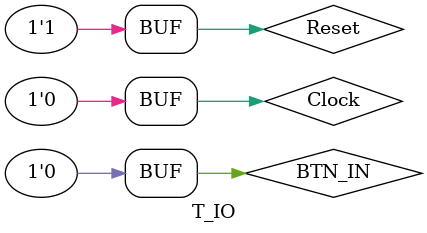
<source format=v>
`timescale 1ns / 1ps


module T_IO;

	// Inputs
	reg Reset;
	reg Clock;
	reg BTN_IN;

	// Outputs
	wire [31:0] IO_addr;
	wire [31:0] IO_Result;
	wire [7:0] seg;
	wire [5:0] AN_SEL;

	// Instantiate the Unit Under Test (UUT)
	Single_Cycle_Computer_IO uut (
		.Reset(Reset), 
		.Clock(Clock), 
		.IO_addr(IO_addr), 
		.IO_Result(IO_Result), 
		.BTN_IN(BTN_IN), 
		.seg(seg), 
		.AN_SEL(AN_SEL)
	);

	initial begin
		// Initialize Inputs
		Reset = 0;
		Clock = 0;
		BTN_IN = 0;

		// Wait 100 ns for global reset to finish
		#100;
		Reset = 1;
		BTN_IN = ~BTN_IN;
		
		#100
		BTN_IN = ~BTN_IN;
		#100
		BTN_IN = ~BTN_IN;	
     	#100
		BTN_IN = ~BTN_IN;   
     	#100
		BTN_IN = ~BTN_IN; 
     	#100
		BTN_IN = ~BTN_IN; 		
		// Add stimulus here

	end
      
endmodule


</source>
